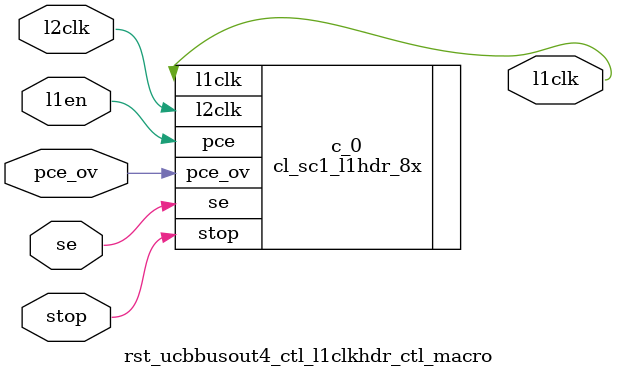
<source format=v>
`define   ASSERT               1'b0            // For active low signal.
`define DEASSERT               1'b1            // For active low signal.

`define INFO   20
`define IOB_CREG_RESET_GEN    40'h89_0000_0808 //Adr of RESET_GEN    reg (Fire.)
`define IOB_CREG_RESET_SOURCE 40'h89_0000_0818 //Adr of RESET_SOURCE reg (Fire.)
`define IOB_CREG_SSYSRESET    40'h89_0000_0838 //Adr of SSYS_RESET   reg (N1.)
`define IOB_CREG_RESETSTAT    40'h89_0000_0810 //Adr of RSET_STAT    reg (N1.)
`define IOB_CREG_CCU_TIME     40'h89_0000_0860 //Adr of CCU_TIME     reg (N2.)
`define IOB_CREG_LOCK_TIME    40'h89_0000_0870 //Adr of LOCK_TIME    reg (N2.)
`define IOB_CREG_PROP_TIME    40'h89_0000_0880 //Adr of PROP_TIME    reg (N2.)
`define IOB_CREG_NIU_TIME     40'h89_0000_0890 //Adr of NIU_TIME     reg (N2.)
`define IOB_CREG_RESET_FEE    40'h89_0000_0820 //Adr of RESET_FEE    reg (N2.)
//________________________________________________________________

`define RST_FSM_WIDTH           33
`define RST_INIT_STATE          33'h0_0000_0001
`define POR1_LOCK_TIME          33'h0_0000_0002
`define POR1_ARST_TIME          33'h0_0000_0004
`define POR1_SYNC_STABLE        33'h0_0000_0008
`define POR1_ASICFLUSH_STOP_ACK 33'h0_0000_0010
`define POR1_NIU_TIME           33'h0_0000_0020
`define POR1_FLUSH_STOP_ACK     33'h0_0000_0040
`define POR1_BISX_DONE          33'h0_0000_0080
`define POR2_FLUSH_INIT_ACK     33'h0_0000_0100
`define POR2_LOCK_TIME          33'h0_0000_0200
`define POR2_FLUSH_STOP_ACK     33'h0_0000_0400
`define POR2_EFU_DONE           33'h0_0000_0800
`define POR2_ASSERT_RUN         33'h0_0000_1000
`define POR2_UNPARK_THREAD      33'h0_0000_2000
`define WMR1_WMR_GEN            33'h0_0000_4000
`define WMR1_DEASSERT_RUN       33'h0_0000_8000
`define WMR1_FLUSH_INIT_ACK     33'h0_0001_0000
`define WMR1_PRE_PLL1           33'h0_0002_0000
`define WMR1_PRE_PLL2           33'h0_0004_0000
`define WMR1_CCU_PLL            33'h0_0008_0000
`define WMR1_LOCK_TIME          33'h0_0010_0000
`define WMR1_ARST_TIME          33'h0_0020_0000
`define WMR1_PROP_TIME          33'h0_0040_0000
`define WMR1_SYNC_STABLE        33'h0_0080_0000
`define WMR1_FLUSH_STOP_ACK     33'h0_0100_0000
`define WMR1_BISX_DONE          33'h0_0200_0000
`define WMR2_FLUSH_INIT_ACK     33'h0_0400_0000
`define WMR2_PROP_TIME          33'h0_0800_0000
`define WMR2_FLUSH_STOP_ACK     33'h0_1000_0000
`define WMR2_NIU_TIME           33'h1_0000_0000
`define WMR2_ASSERT_RUN         33'h0_2000_0000
`define WMR2_UNPARK_THREAD      33'h0_4000_0000
`define RST_ARBITER             33'h0_8000_0000

`define XIR_IDLE                 2'h1
`define XIR_DONE                 2'h2

`define DMU_IDLE                 3'h1
`define DMU_TIME1                3'h2
`define DMU_TIME2                3'h4

`define NIU_IDLE                 2'h1
`define NIU_TIME                 2'h2
//________________________________________________________________

// Already taken addresses, in address order:
// sort -t "'" -k 2 /home/jl148824/project/NCU/include/iop.h:

//`define IOB_CREG_INTMAN            32'h00000000
//`define IOB_CREG_INTSTAT           32'h00000000
//`define IOB_CREG_INTCTL            32'h00000400
//`define IOB_CREG_MDATA0            32'h00000400
//`define IOB_CREG_MDATA1            32'h00000500
//`define IOB_CREG_MDATA0_ALIAS      32'h00000600
//`define IOB_CREG_MDATA1_ALIAS      32'h00000700
//`define IOB_CREG_INTVECDISP        32'h00000800
//                                   32'h00000808 // Adr of RESET_GEN    reg.
// Bill Bryg removed the CHIP_RESET reg from the Niagara 1 spec Feb 4 '03.
//`define IOB_CREG_RESETSTAT         32'h00000810 // Adr of RSET_STAT    reg.
//`define IOB_CREG_SERNUM            32'h00000820
//`define IOB_CREG_TMSTATCTRL        32'h00000828
//`define IOB_CREG_COREAVAIL         32'h00000830
//`define IOB_CREG_SSYSRESET         32'h00000838 // Adr of SSYS_RESET   reg.
//`define IOB_CREG_FUSESTAT          32'h00000840
//`define IOB_CREG_MARGIN            32'h00000850
//`define IOB_CREG_MBUSY             32'h00000900
//`define IOB_CREG_JINTV             32'h00000a00
//`define IOB_CREG_MBUSY_ALIAS       32'h00000b00
//`define IOB_CREG_DBG_IOBVIS_CTRL   32'h00001000
//`define IOB_CREG_DBG_L2VIS_CTRL    32'h00001800 
//`define IOB_CREG_DBG_L2VIS_MASKA   32'h00001820 
//`define IOB_CREG_DBG_L2VIS_MASKB   32'h00001828 
//`define IOB_CREG_DBG_L2VIS_CMPA    32'h00001830
//`define IOB_CREG_DBG_L2VIS_CMPB    32'h00001838
//`define IOB_CREG_DBG_L2VIS_TRIG    32'h00001840
//`define IOB_CREG_DBG_ENET_CTRL     32'h00002000
//`define IOB_CREG_DBG_ENET_IDLEVAL  32'h00002008
//`define IOB_CREG_DBG_JBUS_CTRL     32'h00002100
//`define IOB_CREG_DBG_JBUS_LO_MASK0 32'h00002140
//`define IOB_CREG_DBG_JBUS_LO_CMP0  32'h00002148
//`define IOB_CREG_DBG_JBUS_LO_CNT0  32'h00002150
//`define IOB_CREG_DBG_JBUS_LO_MASK1 32'h00002160
//`define IOB_CREG_DBG_JBUS_LO_CMP1  32'h00002168
//`define IOB_CREG_DBG_JBUS_LO_CNT1  32'h00002170
//`define IOB_CREG_DBG_JBUS_HI_MASK0 32'h00002180
//`define IOB_CREG_DBG_JBUS_HI_CMP0  32'h00002188
//`define IOB_CREG_DBG_JBUS_HI_CNT0  32'h00002190
//`define IOB_CREG_DBG_JBUS_HI_MASK1 32'h000021a0
//`define IOB_CREG_DBG_JBUS_HI_CMP1  32'h000021a8
//`define IOB_CREG_DBG_JBUS_HI_CNT1  32'h000021b0
//________________________________________________________________

// Verilog define statements for:
//   rst_ucbbusin4_ctl.sv    and:
//   rst_ucbbusout4_ctl.sv:

`define UCB_BUS_WIDTH     4
`define UCB_BUS_WIDTH_M1  3
`define CYC_NUM          32
`define CYC_NUM_M1       31

`define RST_UCB_DATA_WIDTH 16
// Width of:
//   data_in_io            ;// Convert    from io  to cmp to sys.
//   data_in_sys           ;// Convert    from io  to cmp to sys.
//   data_out_sys2         ;// Convert    from sys to cmp.
//   data_out_cmp2         ;// Convert    from sys to cmp to io.
// The following stay 64 bits wide:
//   data_in               ;// Convert    from io  to cmp to sys.
//   data_out              ;// Converted  from        cmp to io.
// If you modify RST_UCB_DATA_WIDTH, adjust the width of x'b0 in
// the following two concatenations:
//   assign         data_out     [                   63:0] =
//   assign data_out_sys[`RST_UCB_DATA_WIDTH-1:0] =

`define RST_TIME_WIDTH 16
// Width of:
//   lock_time_addr    ? {32'b0, lock_time_q   [31:0] }:// LOCK_TIME
//   prop_time_addr    ? {32'b0, prop_time_q   [31:0] }:// PROP_TIME
//   niu_time_addr     ? {32'b0, niu_time_q    [31:0] }:// NIU_TIME
//   msff_ctl_macro lock_time_ff         (width=32,en=1,clr_=1)
//   msff_ctl_macro lock_count_ff        (width=32,en=0,clr_=1)
//   msff_ctl_macro prop_time_ff         (width=32,en=1,clr_=1)
//   msff_ctl_macro prop_count_ff        (width=32,en=0,clr_=1)
//   msff_ctl_macro niu_time_ff          (width=32,en=1,clr_=1)
//   msff_ctl_macro niu_count_ff         (width=32,en=0,clr_=1)
//   msff_ctl_macro dmu_time_ff          (width=32,en=1,clr_=1)
//   msff_ctl_macro dmu_count_ff         (width=32,en=0,clr_=1)


// `define UCB_BUS_WIDTH 4
// `define UCB_BUS_WIDTH_M1 3
// `define CYC_NUM 32
// `define CYC_NUM_M1 31

module rst_ucbbusout4_ctl (
  iol2clk, 
  ucb_clr_io_, 
  scan_in, 
  scan_out, 
  tcu_pce_ov, 
  tcu_clk_stop, 
  tcu_aclk, 
  tcu_bclk, 
  tcu_scan_en, 
  vld, 
  data, 
  stall, 
  outdata_buf_busy, 
  outdata_buf_in, 
  outdata_vec_in, 
  outdata_buf_wr) ;
wire [31:0] outdata_vec;
wire [127:0] outdata_buf;
wire stall_d1_ff_scanin;
wire stall_d1_ff_scanout;
wire stall_d1;
wire l1clk;
wire load_outdata;
wire shift_outdata;
wire [31:0] outdata_vec_next;
wire outdata_vec_ff_scanin;
wire outdata_vec_ff_scanout;
wire [127:0] outdata_buf_next;
wire outdata_buf_ff_scanin;
wire outdata_buf_ff_scanout;
wire siclk;
wire soclk;
wire pce_ov;
wire stop;
wire se;


// Globals
input		iol2clk;
input		ucb_clr_io_;	//BP 8-19-05
input		scan_in;
output		scan_out;
input		tcu_pce_ov;
input		tcu_clk_stop;
input		tcu_aclk    ;
input		tcu_bclk    ;
input		tcu_scan_en ;

// UCB bus interface
output		vld;
output [`UCB_BUS_WIDTH_M1 :0]	data;
input		stall;

// Local interface
output		outdata_buf_busy;
input [127:0]	outdata_buf_in;
input [`CYC_NUM_M1 :0]	outdata_vec_in;
input		outdata_buf_wr;

// Local signals

////////////////////////////////////////////////////////////////////////
// Code starts here
////////////////////////////////////////////////////////////////////////
/************************************************************
 * UCB bus interface flops
 ************************************************************/
assign 	 vld = outdata_vec[0];
assign 	 data[`UCB_BUS_WIDTH_M1 :0] = outdata_buf[`UCB_BUS_WIDTH_M1 :0];

rst_ucbbusout4_ctl_msff_ctl_macro__clr__1__width_1 stall_d1_ff  
				(
				.scan_in(stall_d1_ff_scanin),
				.scan_out(stall_d1_ff_scanout),
				.dout		(stall_d1),
				.clr_		(ucb_clr_io_),	//BP 8-19-05
				.l1clk		(l1clk),
				.din		(stall),
  .siclk(siclk),
  .soclk(soclk)
				);

/************************************************************
 * Outbound Data
 ************************************************************/
// accept new data only if there is none being processed
assign  load_outdata = outdata_buf_wr & ~outdata_buf_busy;

assign  outdata_buf_busy = outdata_vec[0] | stall_d1;

assign  shift_outdata = outdata_vec[0] & ~stall_d1;

assign  outdata_vec_next[`CYC_NUM_M1 :0] =
				load_outdata  ? outdata_vec_in[`CYC_NUM_M1 :0] : 
				shift_outdata ? {1'b0,outdata_vec[`CYC_NUM_M1 :1]} : 
						outdata_vec[`CYC_NUM_M1 :0] ;

rst_ucbbusout4_ctl_msff_ctl_macro__clr__1__width_32 outdata_vec_ff  
				(
				.scan_in(outdata_vec_ff_scanin),
				.scan_out(outdata_vec_ff_scanout),
				.dout		(outdata_vec[`CYC_NUM_M1 :0]),
				.clr_		(ucb_clr_io_),	//BP 8-19-05
				.l1clk		(l1clk),
				.din		(outdata_vec_next[`CYC_NUM_M1 :0]),
  .siclk(siclk),
  .soclk(soclk)
				);

assign  outdata_buf_next[127:0] = load_outdata  ? outdata_buf_in[127:0] :
		 		  shift_outdata ? (outdata_buf[127:0] >> `UCB_BUS_WIDTH ) :  
	                         		   outdata_buf[127:0] ;

rst_ucbbusout4_ctl_msff_ctl_macro__clr__1__width_128 outdata_buf_ff  
				(
				.scan_in(outdata_buf_ff_scanin),
				.scan_out(outdata_buf_ff_scanout),
				.dout		(outdata_buf[127:0]),
				.clr_		(ucb_clr_io_),	//BP 8-19-05
				.l1clk		(l1clk),
				.din		(outdata_buf_next[127:0]),
  .siclk(siclk),
  .soclk(soclk)
				);



/**** adding clock header ****/
rst_ucbbusout4_ctl_l1clkhdr_ctl_macro clkgen (
				.l2clk	(iol2clk),
				.l1en	(1'b1),
                             // .pce_ov (1'b0   ),
                                .stop   (1'b0   ),
                             // .se     (1'b0   ),
				.l1clk	(l1clk),
  .pce_ov(pce_ov),
  .se(se)
				);

/*** building tcu port ***/
assign	siclk  = tcu_aclk    ;
assign	soclk  = tcu_bclk    ;
assign	pce_ov = tcu_pce_ov  ;
assign	stop   = tcu_clk_stop;
// scan renames
assign  se     = tcu_scan_en ;
// end scan

// fixscan start:
assign stall_d1_ff_scanin        = scan_in                  ;
assign outdata_vec_ff_scanin     = stall_d1_ff_scanout      ;
assign outdata_buf_ff_scanin     = outdata_vec_ff_scanout   ;
assign scan_out                  = outdata_buf_ff_scanout   ;
// fixscan end:
endmodule // ucb_bus_out












// any PARAMS parms go into naming of macro

module rst_ucbbusout4_ctl_msff_ctl_macro__clr__1__width_1 (
  din, 
  clr_, 
  l1clk, 
  scan_in, 
  siclk, 
  soclk, 
  dout, 
  scan_out);
wire [0:0] fdin;

  input [0:0] din;
  input clr_;
  input l1clk;
  input scan_in;


  input siclk;
  input soclk;

  output [0:0] dout;
  output scan_out;
assign fdin[0:0] = din[0:0] & ~{1{(~clr_)}};






dff #(1)  d0_0 (
.l1clk(l1clk),
.siclk(siclk),
.soclk(soclk),
.d(fdin[0:0]),
.si(scan_in),
.so(scan_out),
.q(dout[0:0])
);












endmodule













// any PARAMS parms go into naming of macro

module rst_ucbbusout4_ctl_msff_ctl_macro__clr__1__width_32 (
  din, 
  clr_, 
  l1clk, 
  scan_in, 
  siclk, 
  soclk, 
  dout, 
  scan_out);
wire [31:0] fdin;
wire [30:0] so;

  input [31:0] din;
  input clr_;
  input l1clk;
  input scan_in;


  input siclk;
  input soclk;

  output [31:0] dout;
  output scan_out;
assign fdin[31:0] = din[31:0] & ~{32{(~clr_)}};






dff #(32)  d0_0 (
.l1clk(l1clk),
.siclk(siclk),
.soclk(soclk),
.d(fdin[31:0]),
.si({scan_in,so[30:0]}),
.so({so[30:0],scan_out}),
.q(dout[31:0])
);












endmodule













// any PARAMS parms go into naming of macro

module rst_ucbbusout4_ctl_msff_ctl_macro__clr__1__width_128 (
  din, 
  clr_, 
  l1clk, 
  scan_in, 
  siclk, 
  soclk, 
  dout, 
  scan_out);
wire [127:0] fdin;
wire [126:0] so;

  input [127:0] din;
  input clr_;
  input l1clk;
  input scan_in;


  input siclk;
  input soclk;

  output [127:0] dout;
  output scan_out;
assign fdin[127:0] = din[127:0] & ~{128{(~clr_)}};






dff #(128)  d0_0 (
.l1clk(l1clk),
.siclk(siclk),
.soclk(soclk),
.d(fdin[127:0]),
.si({scan_in,so[126:0]}),
.so({so[126:0],scan_out}),
.q(dout[127:0])
);












endmodule













// any PARAMS parms go into naming of macro

module rst_ucbbusout4_ctl_l1clkhdr_ctl_macro (
  l2clk, 
  l1en, 
  pce_ov, 
  stop, 
  se, 
  l1clk);


  input l2clk;
  input l1en;
  input pce_ov;
  input stop;
  input se;
  output l1clk;



 

cl_sc1_l1hdr_8x c_0 (


   .l2clk(l2clk),
   .pce(l1en),
   .l1clk(l1clk),
  .se(se),
  .pce_ov(pce_ov),
  .stop(stop)
);



endmodule









</source>
